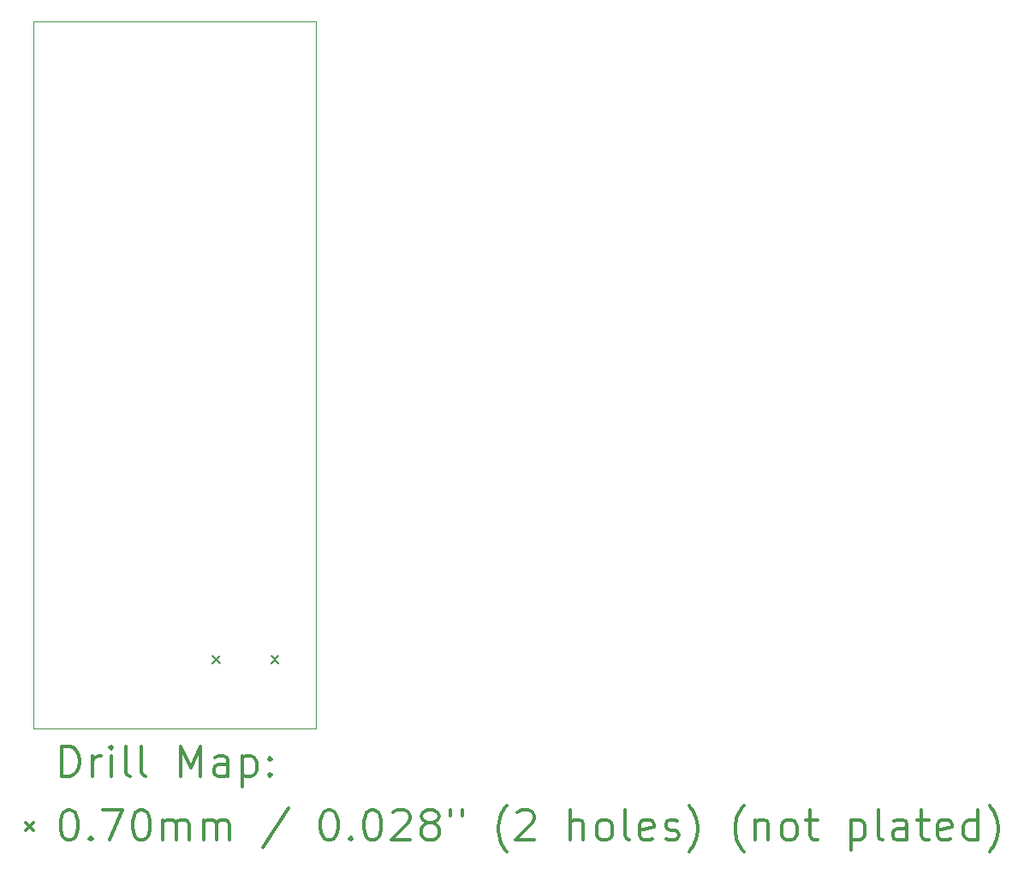
<source format=gbr>
%FSLAX45Y45*%
G04 Gerber Fmt 4.5, Leading zero omitted, Abs format (unit mm)*
G04 Created by KiCad (PCBNEW 5.1.9-73d0e3b20d~88~ubuntu20.04.1) date 2021-03-20 23:28:36*
%MOMM*%
%LPD*%
G01*
G04 APERTURE LIST*
%TA.AperFunction,Profile*%
%ADD10C,0.100000*%
%TD*%
%ADD11C,0.200000*%
%ADD12C,0.300000*%
G04 APERTURE END LIST*
D10*
X16480000Y-6710000D02*
X16480000Y-13710000D01*
X13690000Y-6710000D02*
X16480000Y-6710000D01*
X13690000Y-13710000D02*
X13690000Y-6710000D01*
X16480000Y-13710000D02*
X13690000Y-13710000D01*
D11*
X15462000Y-12990000D02*
X15532000Y-13060000D01*
X15532000Y-12990000D02*
X15462000Y-13060000D01*
X16040000Y-12990000D02*
X16110000Y-13060000D01*
X16110000Y-12990000D02*
X16040000Y-13060000D01*
D12*
X13971428Y-14180714D02*
X13971428Y-13880714D01*
X14042857Y-13880714D01*
X14085714Y-13895000D01*
X14114286Y-13923571D01*
X14128571Y-13952143D01*
X14142857Y-14009286D01*
X14142857Y-14052143D01*
X14128571Y-14109286D01*
X14114286Y-14137857D01*
X14085714Y-14166429D01*
X14042857Y-14180714D01*
X13971428Y-14180714D01*
X14271428Y-14180714D02*
X14271428Y-13980714D01*
X14271428Y-14037857D02*
X14285714Y-14009286D01*
X14300000Y-13995000D01*
X14328571Y-13980714D01*
X14357143Y-13980714D01*
X14457143Y-14180714D02*
X14457143Y-13980714D01*
X14457143Y-13880714D02*
X14442857Y-13895000D01*
X14457143Y-13909286D01*
X14471428Y-13895000D01*
X14457143Y-13880714D01*
X14457143Y-13909286D01*
X14642857Y-14180714D02*
X14614286Y-14166429D01*
X14600000Y-14137857D01*
X14600000Y-13880714D01*
X14800000Y-14180714D02*
X14771428Y-14166429D01*
X14757143Y-14137857D01*
X14757143Y-13880714D01*
X15142857Y-14180714D02*
X15142857Y-13880714D01*
X15242857Y-14095000D01*
X15342857Y-13880714D01*
X15342857Y-14180714D01*
X15614286Y-14180714D02*
X15614286Y-14023571D01*
X15600000Y-13995000D01*
X15571428Y-13980714D01*
X15514286Y-13980714D01*
X15485714Y-13995000D01*
X15614286Y-14166429D02*
X15585714Y-14180714D01*
X15514286Y-14180714D01*
X15485714Y-14166429D01*
X15471428Y-14137857D01*
X15471428Y-14109286D01*
X15485714Y-14080714D01*
X15514286Y-14066429D01*
X15585714Y-14066429D01*
X15614286Y-14052143D01*
X15757143Y-13980714D02*
X15757143Y-14280714D01*
X15757143Y-13995000D02*
X15785714Y-13980714D01*
X15842857Y-13980714D01*
X15871428Y-13995000D01*
X15885714Y-14009286D01*
X15900000Y-14037857D01*
X15900000Y-14123571D01*
X15885714Y-14152143D01*
X15871428Y-14166429D01*
X15842857Y-14180714D01*
X15785714Y-14180714D01*
X15757143Y-14166429D01*
X16028571Y-14152143D02*
X16042857Y-14166429D01*
X16028571Y-14180714D01*
X16014286Y-14166429D01*
X16028571Y-14152143D01*
X16028571Y-14180714D01*
X16028571Y-13995000D02*
X16042857Y-14009286D01*
X16028571Y-14023571D01*
X16014286Y-14009286D01*
X16028571Y-13995000D01*
X16028571Y-14023571D01*
X13615000Y-14640000D02*
X13685000Y-14710000D01*
X13685000Y-14640000D02*
X13615000Y-14710000D01*
X14028571Y-14510714D02*
X14057143Y-14510714D01*
X14085714Y-14525000D01*
X14100000Y-14539286D01*
X14114286Y-14567857D01*
X14128571Y-14625000D01*
X14128571Y-14696429D01*
X14114286Y-14753571D01*
X14100000Y-14782143D01*
X14085714Y-14796429D01*
X14057143Y-14810714D01*
X14028571Y-14810714D01*
X14000000Y-14796429D01*
X13985714Y-14782143D01*
X13971428Y-14753571D01*
X13957143Y-14696429D01*
X13957143Y-14625000D01*
X13971428Y-14567857D01*
X13985714Y-14539286D01*
X14000000Y-14525000D01*
X14028571Y-14510714D01*
X14257143Y-14782143D02*
X14271428Y-14796429D01*
X14257143Y-14810714D01*
X14242857Y-14796429D01*
X14257143Y-14782143D01*
X14257143Y-14810714D01*
X14371428Y-14510714D02*
X14571428Y-14510714D01*
X14442857Y-14810714D01*
X14742857Y-14510714D02*
X14771428Y-14510714D01*
X14800000Y-14525000D01*
X14814286Y-14539286D01*
X14828571Y-14567857D01*
X14842857Y-14625000D01*
X14842857Y-14696429D01*
X14828571Y-14753571D01*
X14814286Y-14782143D01*
X14800000Y-14796429D01*
X14771428Y-14810714D01*
X14742857Y-14810714D01*
X14714286Y-14796429D01*
X14700000Y-14782143D01*
X14685714Y-14753571D01*
X14671428Y-14696429D01*
X14671428Y-14625000D01*
X14685714Y-14567857D01*
X14700000Y-14539286D01*
X14714286Y-14525000D01*
X14742857Y-14510714D01*
X14971428Y-14810714D02*
X14971428Y-14610714D01*
X14971428Y-14639286D02*
X14985714Y-14625000D01*
X15014286Y-14610714D01*
X15057143Y-14610714D01*
X15085714Y-14625000D01*
X15100000Y-14653571D01*
X15100000Y-14810714D01*
X15100000Y-14653571D02*
X15114286Y-14625000D01*
X15142857Y-14610714D01*
X15185714Y-14610714D01*
X15214286Y-14625000D01*
X15228571Y-14653571D01*
X15228571Y-14810714D01*
X15371428Y-14810714D02*
X15371428Y-14610714D01*
X15371428Y-14639286D02*
X15385714Y-14625000D01*
X15414286Y-14610714D01*
X15457143Y-14610714D01*
X15485714Y-14625000D01*
X15500000Y-14653571D01*
X15500000Y-14810714D01*
X15500000Y-14653571D02*
X15514286Y-14625000D01*
X15542857Y-14610714D01*
X15585714Y-14610714D01*
X15614286Y-14625000D01*
X15628571Y-14653571D01*
X15628571Y-14810714D01*
X16214286Y-14496429D02*
X15957143Y-14882143D01*
X16600000Y-14510714D02*
X16628571Y-14510714D01*
X16657143Y-14525000D01*
X16671428Y-14539286D01*
X16685714Y-14567857D01*
X16700000Y-14625000D01*
X16700000Y-14696429D01*
X16685714Y-14753571D01*
X16671428Y-14782143D01*
X16657143Y-14796429D01*
X16628571Y-14810714D01*
X16600000Y-14810714D01*
X16571428Y-14796429D01*
X16557143Y-14782143D01*
X16542857Y-14753571D01*
X16528571Y-14696429D01*
X16528571Y-14625000D01*
X16542857Y-14567857D01*
X16557143Y-14539286D01*
X16571428Y-14525000D01*
X16600000Y-14510714D01*
X16828571Y-14782143D02*
X16842857Y-14796429D01*
X16828571Y-14810714D01*
X16814286Y-14796429D01*
X16828571Y-14782143D01*
X16828571Y-14810714D01*
X17028571Y-14510714D02*
X17057143Y-14510714D01*
X17085714Y-14525000D01*
X17100000Y-14539286D01*
X17114286Y-14567857D01*
X17128571Y-14625000D01*
X17128571Y-14696429D01*
X17114286Y-14753571D01*
X17100000Y-14782143D01*
X17085714Y-14796429D01*
X17057143Y-14810714D01*
X17028571Y-14810714D01*
X17000000Y-14796429D01*
X16985714Y-14782143D01*
X16971428Y-14753571D01*
X16957143Y-14696429D01*
X16957143Y-14625000D01*
X16971428Y-14567857D01*
X16985714Y-14539286D01*
X17000000Y-14525000D01*
X17028571Y-14510714D01*
X17242857Y-14539286D02*
X17257143Y-14525000D01*
X17285714Y-14510714D01*
X17357143Y-14510714D01*
X17385714Y-14525000D01*
X17400000Y-14539286D01*
X17414286Y-14567857D01*
X17414286Y-14596429D01*
X17400000Y-14639286D01*
X17228571Y-14810714D01*
X17414286Y-14810714D01*
X17585714Y-14639286D02*
X17557143Y-14625000D01*
X17542857Y-14610714D01*
X17528571Y-14582143D01*
X17528571Y-14567857D01*
X17542857Y-14539286D01*
X17557143Y-14525000D01*
X17585714Y-14510714D01*
X17642857Y-14510714D01*
X17671428Y-14525000D01*
X17685714Y-14539286D01*
X17700000Y-14567857D01*
X17700000Y-14582143D01*
X17685714Y-14610714D01*
X17671428Y-14625000D01*
X17642857Y-14639286D01*
X17585714Y-14639286D01*
X17557143Y-14653571D01*
X17542857Y-14667857D01*
X17528571Y-14696429D01*
X17528571Y-14753571D01*
X17542857Y-14782143D01*
X17557143Y-14796429D01*
X17585714Y-14810714D01*
X17642857Y-14810714D01*
X17671428Y-14796429D01*
X17685714Y-14782143D01*
X17700000Y-14753571D01*
X17700000Y-14696429D01*
X17685714Y-14667857D01*
X17671428Y-14653571D01*
X17642857Y-14639286D01*
X17814286Y-14510714D02*
X17814286Y-14567857D01*
X17928571Y-14510714D02*
X17928571Y-14567857D01*
X18371428Y-14925000D02*
X18357143Y-14910714D01*
X18328571Y-14867857D01*
X18314286Y-14839286D01*
X18300000Y-14796429D01*
X18285714Y-14725000D01*
X18285714Y-14667857D01*
X18300000Y-14596429D01*
X18314286Y-14553571D01*
X18328571Y-14525000D01*
X18357143Y-14482143D01*
X18371428Y-14467857D01*
X18471428Y-14539286D02*
X18485714Y-14525000D01*
X18514286Y-14510714D01*
X18585714Y-14510714D01*
X18614286Y-14525000D01*
X18628571Y-14539286D01*
X18642857Y-14567857D01*
X18642857Y-14596429D01*
X18628571Y-14639286D01*
X18457143Y-14810714D01*
X18642857Y-14810714D01*
X19000000Y-14810714D02*
X19000000Y-14510714D01*
X19128571Y-14810714D02*
X19128571Y-14653571D01*
X19114286Y-14625000D01*
X19085714Y-14610714D01*
X19042857Y-14610714D01*
X19014286Y-14625000D01*
X19000000Y-14639286D01*
X19314286Y-14810714D02*
X19285714Y-14796429D01*
X19271428Y-14782143D01*
X19257143Y-14753571D01*
X19257143Y-14667857D01*
X19271428Y-14639286D01*
X19285714Y-14625000D01*
X19314286Y-14610714D01*
X19357143Y-14610714D01*
X19385714Y-14625000D01*
X19400000Y-14639286D01*
X19414286Y-14667857D01*
X19414286Y-14753571D01*
X19400000Y-14782143D01*
X19385714Y-14796429D01*
X19357143Y-14810714D01*
X19314286Y-14810714D01*
X19585714Y-14810714D02*
X19557143Y-14796429D01*
X19542857Y-14767857D01*
X19542857Y-14510714D01*
X19814286Y-14796429D02*
X19785714Y-14810714D01*
X19728571Y-14810714D01*
X19700000Y-14796429D01*
X19685714Y-14767857D01*
X19685714Y-14653571D01*
X19700000Y-14625000D01*
X19728571Y-14610714D01*
X19785714Y-14610714D01*
X19814286Y-14625000D01*
X19828571Y-14653571D01*
X19828571Y-14682143D01*
X19685714Y-14710714D01*
X19942857Y-14796429D02*
X19971428Y-14810714D01*
X20028571Y-14810714D01*
X20057143Y-14796429D01*
X20071428Y-14767857D01*
X20071428Y-14753571D01*
X20057143Y-14725000D01*
X20028571Y-14710714D01*
X19985714Y-14710714D01*
X19957143Y-14696429D01*
X19942857Y-14667857D01*
X19942857Y-14653571D01*
X19957143Y-14625000D01*
X19985714Y-14610714D01*
X20028571Y-14610714D01*
X20057143Y-14625000D01*
X20171428Y-14925000D02*
X20185714Y-14910714D01*
X20214286Y-14867857D01*
X20228571Y-14839286D01*
X20242857Y-14796429D01*
X20257143Y-14725000D01*
X20257143Y-14667857D01*
X20242857Y-14596429D01*
X20228571Y-14553571D01*
X20214286Y-14525000D01*
X20185714Y-14482143D01*
X20171428Y-14467857D01*
X20714286Y-14925000D02*
X20700000Y-14910714D01*
X20671428Y-14867857D01*
X20657143Y-14839286D01*
X20642857Y-14796429D01*
X20628571Y-14725000D01*
X20628571Y-14667857D01*
X20642857Y-14596429D01*
X20657143Y-14553571D01*
X20671428Y-14525000D01*
X20700000Y-14482143D01*
X20714286Y-14467857D01*
X20828571Y-14610714D02*
X20828571Y-14810714D01*
X20828571Y-14639286D02*
X20842857Y-14625000D01*
X20871428Y-14610714D01*
X20914286Y-14610714D01*
X20942857Y-14625000D01*
X20957143Y-14653571D01*
X20957143Y-14810714D01*
X21142857Y-14810714D02*
X21114286Y-14796429D01*
X21100000Y-14782143D01*
X21085714Y-14753571D01*
X21085714Y-14667857D01*
X21100000Y-14639286D01*
X21114286Y-14625000D01*
X21142857Y-14610714D01*
X21185714Y-14610714D01*
X21214286Y-14625000D01*
X21228571Y-14639286D01*
X21242857Y-14667857D01*
X21242857Y-14753571D01*
X21228571Y-14782143D01*
X21214286Y-14796429D01*
X21185714Y-14810714D01*
X21142857Y-14810714D01*
X21328571Y-14610714D02*
X21442857Y-14610714D01*
X21371428Y-14510714D02*
X21371428Y-14767857D01*
X21385714Y-14796429D01*
X21414286Y-14810714D01*
X21442857Y-14810714D01*
X21771428Y-14610714D02*
X21771428Y-14910714D01*
X21771428Y-14625000D02*
X21800000Y-14610714D01*
X21857143Y-14610714D01*
X21885714Y-14625000D01*
X21900000Y-14639286D01*
X21914286Y-14667857D01*
X21914286Y-14753571D01*
X21900000Y-14782143D01*
X21885714Y-14796429D01*
X21857143Y-14810714D01*
X21800000Y-14810714D01*
X21771428Y-14796429D01*
X22085714Y-14810714D02*
X22057143Y-14796429D01*
X22042857Y-14767857D01*
X22042857Y-14510714D01*
X22328571Y-14810714D02*
X22328571Y-14653571D01*
X22314286Y-14625000D01*
X22285714Y-14610714D01*
X22228571Y-14610714D01*
X22200000Y-14625000D01*
X22328571Y-14796429D02*
X22300000Y-14810714D01*
X22228571Y-14810714D01*
X22200000Y-14796429D01*
X22185714Y-14767857D01*
X22185714Y-14739286D01*
X22200000Y-14710714D01*
X22228571Y-14696429D01*
X22300000Y-14696429D01*
X22328571Y-14682143D01*
X22428571Y-14610714D02*
X22542857Y-14610714D01*
X22471428Y-14510714D02*
X22471428Y-14767857D01*
X22485714Y-14796429D01*
X22514286Y-14810714D01*
X22542857Y-14810714D01*
X22757143Y-14796429D02*
X22728571Y-14810714D01*
X22671428Y-14810714D01*
X22642857Y-14796429D01*
X22628571Y-14767857D01*
X22628571Y-14653571D01*
X22642857Y-14625000D01*
X22671428Y-14610714D01*
X22728571Y-14610714D01*
X22757143Y-14625000D01*
X22771428Y-14653571D01*
X22771428Y-14682143D01*
X22628571Y-14710714D01*
X23028571Y-14810714D02*
X23028571Y-14510714D01*
X23028571Y-14796429D02*
X23000000Y-14810714D01*
X22942857Y-14810714D01*
X22914286Y-14796429D01*
X22900000Y-14782143D01*
X22885714Y-14753571D01*
X22885714Y-14667857D01*
X22900000Y-14639286D01*
X22914286Y-14625000D01*
X22942857Y-14610714D01*
X23000000Y-14610714D01*
X23028571Y-14625000D01*
X23142857Y-14925000D02*
X23157143Y-14910714D01*
X23185714Y-14867857D01*
X23200000Y-14839286D01*
X23214286Y-14796429D01*
X23228571Y-14725000D01*
X23228571Y-14667857D01*
X23214286Y-14596429D01*
X23200000Y-14553571D01*
X23185714Y-14525000D01*
X23157143Y-14482143D01*
X23142857Y-14467857D01*
M02*

</source>
